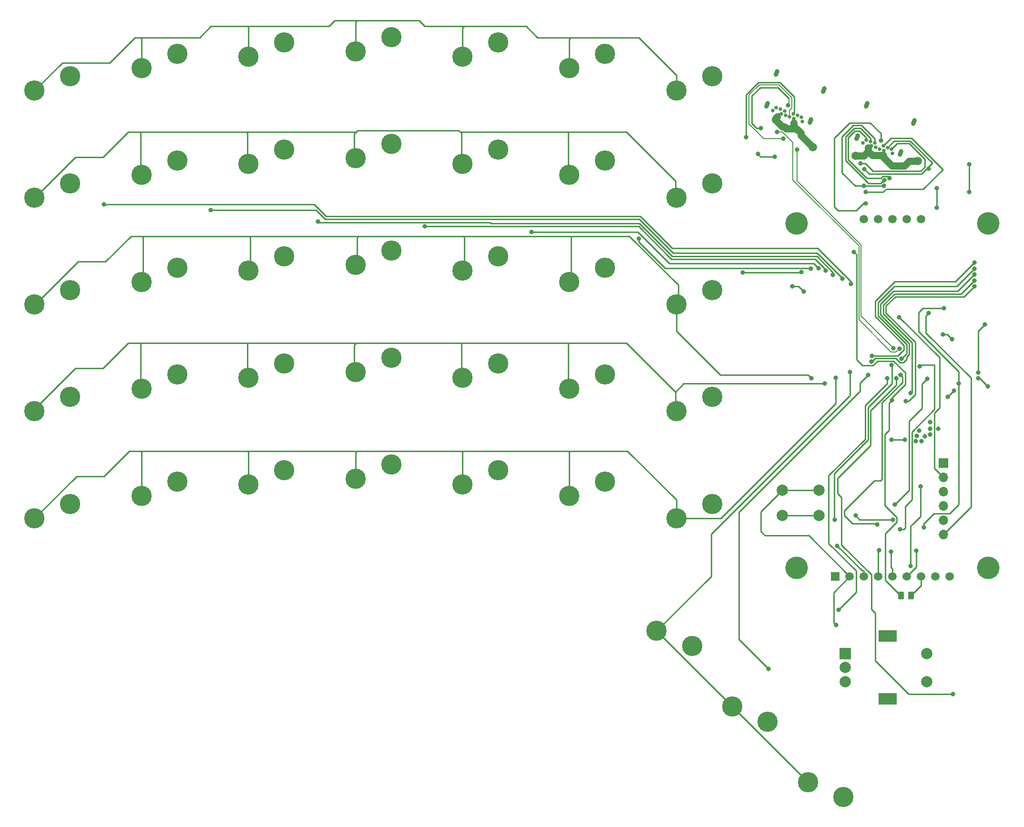
<source format=gbr>
%TF.GenerationSoftware,KiCad,Pcbnew,(6.0.7-1)-1*%
%TF.CreationDate,2022-10-21T17:23:08-04:00*%
%TF.ProjectId,Splitboard-A,53706c69-7462-46f6-9172-642d412e6b69,rev?*%
%TF.SameCoordinates,Original*%
%TF.FileFunction,Copper,L1,Top*%
%TF.FilePolarity,Positive*%
%FSLAX46Y46*%
G04 Gerber Fmt 4.6, Leading zero omitted, Abs format (unit mm)*
G04 Created by KiCad (PCBNEW (6.0.7-1)-1) date 2022-10-21 17:23:08*
%MOMM*%
%LPD*%
G01*
G04 APERTURE LIST*
G04 Aperture macros list*
%AMRoundRect*
0 Rectangle with rounded corners*
0 $1 Rounding radius*
0 $2 $3 $4 $5 $6 $7 $8 $9 X,Y pos of 4 corners*
0 Add a 4 corners polygon primitive as box body*
4,1,4,$2,$3,$4,$5,$6,$7,$8,$9,$2,$3,0*
0 Add four circle primitives for the rounded corners*
1,1,$1+$1,$2,$3*
1,1,$1+$1,$4,$5*
1,1,$1+$1,$6,$7*
1,1,$1+$1,$8,$9*
0 Add four rect primitives between the rounded corners*
20,1,$1+$1,$2,$3,$4,$5,0*
20,1,$1+$1,$4,$5,$6,$7,0*
20,1,$1+$1,$6,$7,$8,$9,0*
20,1,$1+$1,$8,$9,$2,$3,0*%
%AMHorizOval*
0 Thick line with rounded ends*
0 $1 width*
0 $2 $3 position (X,Y) of the first rounded end (center of the circle)*
0 $4 $5 position (X,Y) of the second rounded end (center of the circle)*
0 Add line between two ends*
20,1,$1,$2,$3,$4,$5,0*
0 Add two circle primitives to create the rounded ends*
1,1,$1,$2,$3*
1,1,$1,$4,$5*%
G04 Aperture macros list end*
%TA.AperFunction,ComponentPad*%
%ADD10C,3.600000*%
%TD*%
%TA.AperFunction,ComponentPad*%
%ADD11C,4.000000*%
%TD*%
%TA.AperFunction,ComponentPad*%
%ADD12R,1.500000X1.500000*%
%TD*%
%TA.AperFunction,ComponentPad*%
%ADD13C,1.500000*%
%TD*%
%TA.AperFunction,ComponentPad*%
%ADD14R,2.000000X2.000000*%
%TD*%
%TA.AperFunction,ComponentPad*%
%ADD15C,2.000000*%
%TD*%
%TA.AperFunction,ComponentPad*%
%ADD16R,3.200000X2.000000*%
%TD*%
%TA.AperFunction,SMDPad,CuDef*%
%ADD17RoundRect,0.250000X-0.262500X-0.450000X0.262500X-0.450000X0.262500X0.450000X-0.262500X0.450000X0*%
%TD*%
%TA.AperFunction,ComponentPad*%
%ADD18R,1.700000X1.700000*%
%TD*%
%TA.AperFunction,ComponentPad*%
%ADD19O,1.700000X1.700000*%
%TD*%
%TA.AperFunction,ComponentPad*%
%ADD20C,0.650000*%
%TD*%
%TA.AperFunction,ComponentPad*%
%ADD21HorizOval,0.800000X-0.102606X-0.281908X0.102606X0.281908X0*%
%TD*%
%TA.AperFunction,ViaPad*%
%ADD22C,0.800000*%
%TD*%
%TA.AperFunction,ViaPad*%
%ADD23C,1.500000*%
%TD*%
%TA.AperFunction,Conductor*%
%ADD24C,0.250000*%
%TD*%
%TA.AperFunction,Conductor*%
%ADD25C,1.250000*%
%TD*%
%TA.AperFunction,Conductor*%
%ADD26C,0.200000*%
%TD*%
G04 APERTURE END LIST*
D10*
%TO.P,K28,1*%
%TO.N,/col3*%
X215190000Y-94460000D03*
%TO.P,K28,2*%
%TO.N,Net-(D28-Pad2)*%
X221540000Y-91920000D03*
%TD*%
%TO.P,K11,1*%
%TO.N,/col1*%
X158190000Y-49460000D03*
%TO.P,K11,2*%
%TO.N,Net-(D11-Pad2)*%
X164540000Y-46920000D03*
%TD*%
%TO.P,K33,1*%
%TO.N,/col4*%
X177190000Y-107460000D03*
%TO.P,K33,2*%
%TO.N,Net-(D33-Pad2)*%
X183540000Y-104920000D03*
%TD*%
%TO.P,K20,1*%
%TO.N,/col2*%
X196190000Y-71460000D03*
%TO.P,K20,2*%
%TO.N,Net-(D20-Pad2)*%
X202540000Y-68920000D03*
%TD*%
%TO.P,K13,1*%
%TO.N,/col1*%
X196190000Y-52460000D03*
%TO.P,K13,2*%
%TO.N,Net-(D13-Pad2)*%
X202540000Y-49920000D03*
%TD*%
%TO.P,K7,1*%
%TO.N,/col0*%
X215190000Y-37460000D03*
%TO.P,K7,2*%
%TO.N,Net-(D7-Pad2)*%
X221540000Y-34920000D03*
%TD*%
%TO.P,K17,1*%
%TO.N,/col2*%
X139190000Y-69460000D03*
%TO.P,K17,2*%
%TO.N,Net-(D17-Pad2)*%
X145540000Y-66920000D03*
%TD*%
%TO.P,K16,1*%
%TO.N,/col2*%
X120190000Y-71460000D03*
%TO.P,K16,2*%
%TO.N,Net-(D16-Pad2)*%
X126540000Y-68920000D03*
%TD*%
%TO.P,K37,1*%
%TO.N,/col5*%
X225101974Y-146905137D03*
%TO.P,K37,2*%
%TO.N,Net-(D37-Pad2)*%
X231388154Y-149599214D03*
%TD*%
D11*
%TO.P,U2,*%
%TO.N,*%
X270610000Y-61100000D03*
X270610000Y-122300000D03*
X236510000Y-61100000D03*
X236510000Y-122300000D03*
D12*
%TO.P,U2,1,VCC*%
%TO.N,VBUS*%
X243400000Y-123800000D03*
D13*
%TO.P,U2,2,GND*%
%TO.N,GND*%
X245940000Y-123800000D03*
%TO.P,U2,3,~{CS}*%
%TO.N,Net-(U2-Pad3)*%
X248480000Y-123800000D03*
%TO.P,U2,4,RESET*%
%TO.N,Net-(U2-Pad4)*%
X251020000Y-123800000D03*
%TO.P,U2,5,D/~{C}*%
%TO.N,Net-(U2-Pad5)*%
X253560000Y-123800000D03*
%TO.P,U2,6,MOSI*%
%TO.N,Net-(U2-Pad6)*%
X256100000Y-123800000D03*
%TO.P,U2,7,SCK*%
%TO.N,Net-(U2-Pad7)*%
X258640000Y-123800000D03*
%TO.P,U2,8,LED*%
%TO.N,+3.3V*%
X261180000Y-123800000D03*
%TO.P,U2,9,MISO*%
%TO.N,unconnected-(U2-Pad9)*%
X263720000Y-123800000D03*
%TO.P,U2,10,SD_CS*%
%TO.N,unconnected-(U2-Pad10)*%
X248480000Y-60280000D03*
%TO.P,U2,11,SD_MOSI*%
%TO.N,unconnected-(U2-Pad11)*%
X251020000Y-60280000D03*
%TO.P,U2,12,SD_MISO*%
%TO.N,unconnected-(U2-Pad12)*%
X253560000Y-60280000D03*
%TO.P,U2,13,SD_SCK*%
%TO.N,unconnected-(U2-Pad13)*%
X256100000Y-60280000D03*
%TO.P,U2,14,FLASH_CD*%
%TO.N,unconnected-(U2-Pad14)*%
X258640000Y-60280000D03*
%TD*%
D10*
%TO.P,K2,1*%
%TO.N,/col0*%
X120190000Y-33460000D03*
%TO.P,K2,2*%
%TO.N,Net-(D2-Pad2)*%
X126540000Y-30920000D03*
%TD*%
%TO.P,K38,1*%
%TO.N,/col5*%
X238537003Y-160340166D03*
%TO.P,K38,2*%
%TO.N,Net-(D38-Pad2)*%
X244823183Y-163034243D03*
%TD*%
%TO.P,K5,1*%
%TO.N,/col0*%
X177190000Y-31460000D03*
%TO.P,K5,2*%
%TO.N,Net-(D5-Pad2)*%
X183540000Y-28920000D03*
%TD*%
%TO.P,K9,1*%
%TO.N,/col1*%
X120190000Y-52460000D03*
%TO.P,K9,2*%
%TO.N,Net-(D9-Pad2)*%
X126540000Y-49920000D03*
%TD*%
%TO.P,K32,1*%
%TO.N,/col4*%
X158190000Y-106460000D03*
%TO.P,K32,2*%
%TO.N,Net-(D32-Pad2)*%
X164540000Y-103920000D03*
%TD*%
%TO.P,K1,1*%
%TO.N,/col0*%
X101190000Y-37460000D03*
%TO.P,K1,2*%
%TO.N,Net-(D1-Pad2)*%
X107540000Y-34920000D03*
%TD*%
%TO.P,K26,1*%
%TO.N,/col3*%
X177190000Y-88460000D03*
%TO.P,K26,2*%
%TO.N,Net-(D26-Pad2)*%
X183540000Y-85920000D03*
%TD*%
D14*
%TO.P,SW1,A,A*%
%TO.N,Net-(R11-Pad2)*%
X245175000Y-137475000D03*
D15*
%TO.P,SW1,B,B*%
%TO.N,Net-(R13-Pad2)*%
X245175000Y-142475000D03*
%TO.P,SW1,C,C*%
%TO.N,GND*%
X245175000Y-139975000D03*
D16*
%TO.P,SW1,MP*%
%TO.N,N/C*%
X252675000Y-145575000D03*
X252675000Y-134375000D03*
D15*
%TO.P,SW1,S1,S1*%
%TO.N,/ENC_SW*%
X259675000Y-142475000D03*
%TO.P,SW1,S2,S2*%
%TO.N,GND*%
X259675000Y-137475000D03*
%TD*%
D10*
%TO.P,K4,1*%
%TO.N,/col0*%
X158190000Y-30460000D03*
%TO.P,K4,2*%
%TO.N,Net-(D4-Pad2)*%
X164540000Y-27920000D03*
%TD*%
%TO.P,K34,1*%
%TO.N,/col4*%
X196190000Y-109460000D03*
%TO.P,K34,2*%
%TO.N,Net-(D34-Pad2)*%
X202540000Y-106920000D03*
%TD*%
%TO.P,K30,1*%
%TO.N,/col4*%
X120190000Y-109460000D03*
%TO.P,K30,2*%
%TO.N,Net-(D30-Pad2)*%
X126540000Y-106920000D03*
%TD*%
%TO.P,K14,1*%
%TO.N,/col1*%
X215190000Y-56460000D03*
%TO.P,K14,2*%
%TO.N,Net-(D14-Pad2)*%
X221540000Y-53920000D03*
%TD*%
%TO.P,K12,1*%
%TO.N,/col1*%
X177190000Y-50460000D03*
%TO.P,K12,2*%
%TO.N,Net-(D12-Pad2)*%
X183540000Y-47920000D03*
%TD*%
%TO.P,K22,1*%
%TO.N,/col3*%
X101190000Y-94460000D03*
%TO.P,K22,2*%
%TO.N,Net-(D22-Pad2)*%
X107540000Y-91920000D03*
%TD*%
%TO.P,K6,1*%
%TO.N,/col0*%
X196190000Y-33460000D03*
%TO.P,K6,2*%
%TO.N,Net-(D6-Pad2)*%
X202540000Y-30920000D03*
%TD*%
%TO.P,K8,1*%
%TO.N,/col1*%
X101190000Y-56460000D03*
%TO.P,K8,2*%
%TO.N,Net-(D8-Pad2)*%
X107540000Y-53920000D03*
%TD*%
%TO.P,K18,1*%
%TO.N,/col2*%
X158190000Y-68460000D03*
%TO.P,K18,2*%
%TO.N,Net-(D18-Pad2)*%
X164540000Y-65920000D03*
%TD*%
D17*
%TO.P,R42,1*%
%TO.N,/SCK*%
X255068700Y-127152400D03*
%TO.P,R42,2*%
%TO.N,Net-(U2-Pad7)*%
X256893700Y-127152400D03*
%TD*%
D10*
%TO.P,K15,1*%
%TO.N,/col2*%
X101190000Y-75460000D03*
%TO.P,K15,2*%
%TO.N,Net-(D15-Pad2)*%
X107540000Y-72920000D03*
%TD*%
%TO.P,K21,1*%
%TO.N,/col2*%
X215190000Y-75460000D03*
%TO.P,K21,2*%
%TO.N,Net-(D21-Pad2)*%
X221540000Y-72920000D03*
%TD*%
%TO.P,K19,1*%
%TO.N,/col2*%
X177190000Y-69460000D03*
%TO.P,K19,2*%
%TO.N,Net-(D19-Pad2)*%
X183540000Y-66920000D03*
%TD*%
%TO.P,K25,1*%
%TO.N,/col3*%
X158190000Y-87460000D03*
%TO.P,K25,2*%
%TO.N,Net-(D25-Pad2)*%
X164540000Y-84920000D03*
%TD*%
%TO.P,K10,1*%
%TO.N,/col1*%
X139190000Y-50460000D03*
%TO.P,K10,2*%
%TO.N,Net-(D10-Pad2)*%
X145540000Y-47920000D03*
%TD*%
%TO.P,K31,1*%
%TO.N,/col4*%
X139190000Y-107460000D03*
%TO.P,K31,2*%
%TO.N,Net-(D31-Pad2)*%
X145540000Y-104920000D03*
%TD*%
%TO.P,K23,1*%
%TO.N,/col3*%
X120190000Y-90460000D03*
%TO.P,K23,2*%
%TO.N,Net-(D23-Pad2)*%
X126540000Y-87920000D03*
%TD*%
%TO.P,K29,1*%
%TO.N,/col4*%
X101190000Y-113460000D03*
%TO.P,K29,2*%
%TO.N,Net-(D29-Pad2)*%
X107540000Y-110920000D03*
%TD*%
%TO.P,K24,1*%
%TO.N,/col3*%
X139190000Y-88460000D03*
%TO.P,K24,2*%
%TO.N,Net-(D24-Pad2)*%
X145540000Y-85920000D03*
%TD*%
%TO.P,K36,1*%
%TO.N,/col5*%
X211666945Y-133470108D03*
%TO.P,K36,2*%
%TO.N,Net-(D36-Pad2)*%
X217953125Y-136164185D03*
%TD*%
%TO.P,K35,1*%
%TO.N,/col4*%
X215190000Y-113460000D03*
%TO.P,K35,2*%
%TO.N,Net-(D35-Pad2)*%
X221540000Y-110920000D03*
%TD*%
%TO.P,K27,1*%
%TO.N,/col3*%
X196190000Y-90460000D03*
%TO.P,K27,2*%
%TO.N,Net-(D27-Pad2)*%
X202540000Y-87920000D03*
%TD*%
%TO.P,K3,1*%
%TO.N,/col0*%
X139190000Y-31460000D03*
%TO.P,K3,2*%
%TO.N,Net-(D3-Pad2)*%
X145540000Y-28920000D03*
%TD*%
D15*
%TO.P,SW2,1,1*%
%TO.N,GND*%
X234000000Y-108500000D03*
X240500000Y-108500000D03*
%TO.P,SW2,2,2*%
%TO.N,/NRST*%
X234000000Y-113000000D03*
X240500000Y-113000000D03*
%TD*%
D18*
%TO.P,J3,1,Pin_1*%
%TO.N,Net-(D41-Pad2)*%
X262625000Y-103650000D03*
D19*
%TO.P,J3,2,Pin_2*%
%TO.N,/SWCLK*%
X262625000Y-106190000D03*
%TO.P,J3,3,Pin_3*%
%TO.N,GND*%
X262625000Y-108730000D03*
%TO.P,J3,4,Pin_4*%
%TO.N,/SWDIO*%
X262625000Y-111270000D03*
%TO.P,J3,5,Pin_5*%
%TO.N,/NRST*%
X262625000Y-113810000D03*
%TO.P,J3,6,Pin_6*%
%TO.N,/SWO*%
X262625000Y-116350000D03*
%TD*%
D20*
%TO.P,J2,B1,GND*%
%TO.N,GND*%
X253562245Y-48643916D03*
%TO.P,J2,B2,TX2+*%
%TO.N,Net-(J2-PadA2)*%
X253425782Y-47849323D03*
%TO.P,J2,B3,TX2-*%
%TO.N,Net-(J2-PadA3)*%
X252674028Y-47575707D03*
%TO.P,J2,B4,VBUS*%
%TO.N,VBUS*%
X252058736Y-48096684D03*
%TO.P,J2,B5,CC2*%
%TO.N,Net-(J2-PadA5)*%
X251922273Y-47302091D03*
%TO.P,J2,B6,D+*%
%TO.N,Net-(J2-PadA6)*%
X251306982Y-47823068D03*
%TO.P,J2,B7,D-*%
%TO.N,Net-(J2-PadA7)*%
X250555228Y-47549452D03*
%TO.P,J2,B8,SBU2*%
%TO.N,Net-(J2-PadA8)*%
X250418765Y-46754859D03*
%TO.P,J2,B9,VBUS*%
%TO.N,VBUS*%
X249803474Y-47275835D03*
%TO.P,J2,B10,RX1-*%
%TO.N,Net-(J2-PadA10)*%
X249667011Y-46481243D03*
%TO.P,J2,B11,RX1+*%
%TO.N,Net-(J2-PadA11)*%
X248915257Y-46207626D03*
%TO.P,J2,B12,GND*%
%TO.N,GND*%
X248299966Y-46728603D03*
D21*
%TO.P,J2,S1,SHIELD*%
X247255387Y-45709901D03*
X257390557Y-43066943D03*
X255017248Y-48534987D03*
X248952117Y-39995603D03*
%TD*%
D20*
%TO.P,J1,B1,GND*%
%TO.N,GND*%
X237562245Y-42943916D03*
%TO.P,J1,B2*%
%TO.N,N/C*%
X237425782Y-42149323D03*
%TO.P,J1,B3*%
X236674028Y-41875707D03*
%TO.P,J1,B4,VBUS*%
%TO.N,VBUS*%
X236058736Y-42396684D03*
%TO.P,J1,B5,CC2*%
%TO.N,Net-(J1-PadB5)*%
X235922273Y-41602091D03*
%TO.P,J1,B6,D+*%
%TO.N,/USB_CONN_D+*%
X235306982Y-42123068D03*
%TO.P,J1,B7,D-*%
%TO.N,/USB_CONN_D-*%
X234555228Y-41849452D03*
%TO.P,J1,B8,SBU2*%
%TO.N,unconnected-(J1-PadB8)*%
X234418765Y-41054859D03*
%TO.P,J1,B9,VBUS*%
%TO.N,VBUS*%
X233803474Y-41575835D03*
%TO.P,J1,B10*%
%TO.N,N/C*%
X233667011Y-40781243D03*
%TO.P,J1,B11*%
X232915257Y-40507626D03*
%TO.P,J1,B12,GND*%
%TO.N,GND*%
X232299966Y-41028603D03*
D21*
%TO.P,J1,S1,SHIELD*%
X241390557Y-37366943D03*
X232952117Y-34295603D03*
X231255387Y-40009901D03*
X239017248Y-42834987D03*
%TD*%
D22*
%TO.N,/row0*%
X113500000Y-57700000D03*
X246200000Y-71800000D03*
%TO.N,/row1*%
X132500000Y-58700000D03*
X244700000Y-70923500D03*
%TO.N,/row2*%
X151500000Y-60700000D03*
X243000000Y-70199000D03*
%TO.N,/row3*%
X170500000Y-61600000D03*
X241700000Y-69474500D03*
%TO.N,/col2*%
X239200000Y-88600000D03*
%TO.N,/col3*%
X241500000Y-89500000D03*
%TO.N,GND*%
X232664000Y-49174400D03*
X243550000Y-132450000D03*
X267200000Y-50600000D03*
X267200000Y-55500000D03*
X229637101Y-48738301D03*
%TO.N,/row4*%
X189500000Y-62585500D03*
X240410199Y-69024500D03*
%TO.N,/row5*%
X239074549Y-69074549D03*
X208500000Y-63800000D03*
%TO.N,/row6*%
X227000000Y-69800000D03*
X237400000Y-69724500D03*
%TO.N,/col4*%
X243500000Y-88500000D03*
%TO.N,/col5*%
X246000000Y-87500497D03*
%TO.N,/NRST*%
X268775500Y-88549003D03*
X253600000Y-113700000D03*
X270500000Y-90000000D03*
X247000000Y-113000000D03*
%TO.N,+3.3V*%
X263387701Y-91912299D03*
X253400000Y-99500000D03*
X264107641Y-81607642D03*
X258546600Y-107823000D03*
X255775500Y-99500000D03*
X237800000Y-73200000D03*
X235762300Y-72237700D03*
X264500000Y-90800000D03*
X262500000Y-80775500D03*
X256794000Y-121894600D03*
D23*
%TO.N,VBUS*%
X239400000Y-47500000D03*
X258000000Y-50000000D03*
X247000000Y-49000000D03*
D22*
%TO.N,/SWDIO*%
X254000000Y-111000000D03*
X259700000Y-88700000D03*
%TO.N,/USB_CONN_D-*%
X230200000Y-44100000D03*
X235000500Y-40081200D03*
%TO.N,/USB_CONN_D+*%
X234145477Y-46000000D03*
%TO.N,Net-(J1-PadB5)*%
X227524500Y-45700000D03*
%TO.N,/SWCLK*%
X254775500Y-77724500D03*
%TO.N,/SWO*%
X260000000Y-77000000D03*
%TO.N,/LCD2_RST*%
X249912299Y-84612299D03*
X268100000Y-68000000D03*
%TO.N,/RCC_OSC_IN*%
X268775500Y-87549500D03*
X270000000Y-79000000D03*
%TO.N,/LCD1_RST*%
X250850400Y-114579400D03*
X255015021Y-87988378D03*
%TO.N,unconnected-(U3-Pad32)*%
X261724500Y-97586800D03*
%TO.N,unconnected-(U3-Pad33)*%
X260275500Y-98552000D03*
%TO.N,unconnected-(U3-Pad34)*%
X260275000Y-97510600D03*
%TO.N,unconnected-(U3-Pad35)*%
X260223000Y-96367600D03*
%TO.N,unconnected-(U3-Pad39)*%
X259323041Y-98864872D03*
%TO.N,unconnected-(U3-Pad40)*%
X258749800Y-99775500D03*
%TO.N,unconnected-(U3-Pad41)*%
X258262572Y-97875437D03*
%TO.N,unconnected-(U3-Pad42)*%
X257844284Y-98783201D03*
%TO.N,unconnected-(U3-Pad43)*%
X257724500Y-99775500D03*
%TO.N,/USB_D-*%
X233100000Y-44800000D03*
X254800000Y-83300000D03*
%TO.N,/USB_D+*%
X236600000Y-47900000D03*
X253700000Y-83224500D03*
%TO.N,/SCL*%
X256800000Y-91200000D03*
X268100000Y-71200000D03*
%TO.N,/SDA*%
X268112299Y-72212299D03*
X255900000Y-92600000D03*
%TO.N,/LCD1_DC*%
X254889000Y-115392200D03*
X258375500Y-86500000D03*
%TO.N,/LCD1_CS*%
X253400000Y-86236799D03*
X243281200Y-113724500D03*
%TO.N,/LCD2_DC*%
X249799386Y-85605403D03*
X268112299Y-70112299D03*
%TO.N,/LCD2_CS*%
X268100000Y-69100000D03*
X255200000Y-85074000D03*
%TO.N,/MOSI*%
X259156200Y-115112800D03*
X262700000Y-76100000D03*
X265292358Y-89492358D03*
%TO.N,/SCK*%
X246700000Y-66100000D03*
X253474895Y-92476237D03*
%TO.N,Net-(J2-PadA2)*%
X247875500Y-50400000D03*
%TO.N,Net-(J2-PadA3)*%
X248600000Y-51400000D03*
X260000000Y-51300000D03*
%TO.N,Net-(J2-PadA5)*%
X248800000Y-55500994D03*
%TO.N,Net-(J2-PadA7)*%
X251500000Y-46300000D03*
X248800000Y-57500000D03*
%TO.N,Net-(J2-PadA8)*%
X252026748Y-54387978D03*
X248512022Y-54387978D03*
%TO.N,Net-(J2-PadA10)*%
X252117952Y-53392645D03*
%TO.N,Net-(J2-PadA11)*%
X261400000Y-58300000D03*
X261400000Y-54800000D03*
X253031069Y-52986170D03*
%TO.N,Net-(R22-Pad1)*%
X249200000Y-88000000D03*
X231500000Y-140200000D03*
%TO.N,Net-(R36-Pad1)*%
X252630695Y-88581862D03*
X244000000Y-129700000D03*
%TO.N,Net-(R37-Pad1)*%
X264300000Y-144700000D03*
X254224500Y-88600000D03*
%TO.N,Net-(U2-Pad3)*%
X243763800Y-118389400D03*
%TO.N,Net-(U2-Pad6)*%
X257810000Y-119227600D03*
%TO.N,Net-(U2-Pad4)*%
X251180600Y-119126000D03*
%TO.N,Net-(U2-Pad5)*%
X253314200Y-119375500D03*
%TD*%
D24*
%TO.N,/row0*%
X113500000Y-57700000D02*
X150836396Y-57700000D01*
X214436396Y-65500000D02*
X208736396Y-59800000D01*
X214436396Y-65500000D02*
X240301805Y-65500000D01*
X246200000Y-71800000D02*
X246200000Y-71398195D01*
X152936396Y-59800000D02*
X208736396Y-59800000D01*
X150836396Y-57700000D02*
X152936396Y-59800000D01*
X246200000Y-71398195D02*
X240301805Y-65500000D01*
%TO.N,/row1*%
X244700000Y-70812799D02*
X240187201Y-66300000D01*
X152800000Y-60300000D02*
X151200000Y-58700000D01*
X151200000Y-58700000D02*
X132500000Y-58700000D01*
X244700000Y-70923500D02*
X244700000Y-70812799D01*
X214600000Y-66300000D02*
X208600000Y-60300000D01*
X208600000Y-60300000D02*
X152800000Y-60300000D01*
X240187201Y-66300000D02*
X214600000Y-66300000D01*
%TO.N,/row2*%
X243000000Y-69749195D02*
X240150805Y-66900000D01*
X240150805Y-66900000D02*
X214436396Y-66900000D01*
X182075000Y-60875000D02*
X151675000Y-60875000D01*
X151675000Y-60875000D02*
X151500000Y-60700000D01*
X208636396Y-61100000D02*
X182300000Y-61100000D01*
X214436396Y-66900000D02*
X208636396Y-61100000D01*
X182300000Y-61100000D02*
X182075000Y-60875000D01*
X243000000Y-70199000D02*
X243000000Y-69749195D01*
%TO.N,/row3*%
X241700000Y-69288996D02*
X239811004Y-67400000D01*
X214300000Y-67400000D02*
X208500000Y-61600000D01*
X241700000Y-69474500D02*
X241700000Y-69288996D01*
X239811004Y-67400000D02*
X214300000Y-67400000D01*
X208500000Y-61600000D02*
X170500000Y-61600000D01*
%TO.N,/col0*%
X132500000Y-26000000D02*
X130500000Y-28000000D01*
X130500000Y-28000000D02*
X120000000Y-28000000D01*
X120190000Y-33460000D02*
X120190000Y-28190000D01*
X158500000Y-25000000D02*
X154500000Y-25000000D01*
X177190000Y-31460000D02*
X177190000Y-26310000D01*
X120190000Y-28190000D02*
X120000000Y-28000000D01*
X196190000Y-33460000D02*
X196190000Y-28310000D01*
X158190000Y-25310000D02*
X158500000Y-25000000D01*
X188500000Y-26000000D02*
X177500000Y-26000000D01*
X114500000Y-32500000D02*
X106150000Y-32500000D01*
X120000000Y-28000000D02*
X119000000Y-28000000D01*
X153500000Y-26000000D02*
X139000000Y-26000000D01*
X177190000Y-26310000D02*
X177500000Y-26000000D01*
X169500000Y-25000000D02*
X158500000Y-25000000D01*
X196190000Y-28310000D02*
X196500000Y-28000000D01*
X158190000Y-30460000D02*
X158190000Y-25310000D01*
X139000000Y-26000000D02*
X132500000Y-26000000D01*
X154500000Y-25000000D02*
X153500000Y-26000000D01*
X139190000Y-26190000D02*
X139000000Y-26000000D01*
X215190000Y-37460000D02*
X215190000Y-34690000D01*
X119000000Y-28000000D02*
X114500000Y-32500000D01*
X196500000Y-28000000D02*
X190500000Y-28000000D01*
X190500000Y-28000000D02*
X188500000Y-26000000D01*
X106150000Y-32500000D02*
X101190000Y-37460000D01*
X215190000Y-34690000D02*
X208500000Y-28000000D01*
X177500000Y-26000000D02*
X170500000Y-26000000D01*
X139190000Y-31460000D02*
X139190000Y-26190000D01*
X208500000Y-28000000D02*
X196500000Y-28000000D01*
X170500000Y-26000000D02*
X169500000Y-25000000D01*
%TO.N,/col1*%
X158000000Y-49770000D02*
X158000000Y-45120000D01*
X138810000Y-44810000D02*
X158310000Y-44810000D01*
X139000000Y-50770000D02*
X139000000Y-45000000D01*
X108460000Y-49310000D02*
X113310000Y-49310000D01*
X158310000Y-44810000D02*
X158593800Y-44526200D01*
X120000000Y-52770000D02*
X120000000Y-45000000D01*
X206310000Y-44810000D02*
X215000000Y-53500000D01*
X117810000Y-44810000D02*
X119810000Y-44810000D01*
X196000000Y-52770000D02*
X196000000Y-45000000D01*
X113310000Y-49310000D02*
X117810000Y-44810000D01*
X101000000Y-56770000D02*
X108460000Y-49310000D01*
X158593800Y-44526200D02*
X176526200Y-44526200D01*
X120000000Y-45000000D02*
X119810000Y-44810000D01*
X215000000Y-53500000D02*
X215000000Y-56770000D01*
X177000000Y-50770000D02*
X177000000Y-45000000D01*
X119810000Y-44810000D02*
X138810000Y-44810000D01*
X158000000Y-45120000D02*
X158310000Y-44810000D01*
X176810000Y-44810000D02*
X206310000Y-44810000D01*
X177000000Y-45000000D02*
X176810000Y-44810000D01*
X139000000Y-45000000D02*
X138810000Y-44810000D01*
X176526200Y-44526200D02*
X176810000Y-44810000D01*
%TO.N,/col2*%
X215500000Y-72000000D02*
X215500000Y-75270000D01*
X139500000Y-69270000D02*
X139500000Y-63500000D01*
X239200000Y-88600000D02*
X238600000Y-88000000D01*
X120500000Y-63500000D02*
X120310000Y-63310000D01*
X177310000Y-63310000D02*
X206810000Y-63310000D01*
X113810000Y-67810000D02*
X118310000Y-63310000D01*
X222989590Y-88000000D02*
X215190000Y-80200410D01*
X158500000Y-63620000D02*
X158810000Y-63310000D01*
X139500000Y-63500000D02*
X139310000Y-63310000D01*
X108960000Y-67810000D02*
X113810000Y-67810000D01*
X101500000Y-75270000D02*
X108960000Y-67810000D01*
X206810000Y-63310000D02*
X215500000Y-72000000D01*
X139310000Y-63310000D02*
X158810000Y-63310000D01*
X196500000Y-71270000D02*
X196500000Y-63500000D01*
X177500000Y-69270000D02*
X177500000Y-63500000D01*
X118310000Y-63310000D02*
X120310000Y-63310000D01*
X120310000Y-63310000D02*
X139310000Y-63310000D01*
X215190000Y-80200410D02*
X215190000Y-75460000D01*
X177500000Y-63500000D02*
X177310000Y-63310000D01*
X120500000Y-71270000D02*
X120500000Y-63500000D01*
X238600000Y-88000000D02*
X222989590Y-88000000D01*
X158500000Y-68270000D02*
X158500000Y-63620000D01*
X158810000Y-63310000D02*
X177310000Y-63310000D01*
%TO.N,/col3*%
X139000000Y-82500000D02*
X138810000Y-82310000D01*
X177000000Y-88270000D02*
X177000000Y-82500000D01*
X158000000Y-82620000D02*
X158310000Y-82310000D01*
X101000000Y-94270000D02*
X108460000Y-86810000D01*
X215000000Y-91000000D02*
X215000000Y-94270000D01*
X117810000Y-82310000D02*
X119810000Y-82310000D01*
X158310000Y-82310000D02*
X176810000Y-82310000D01*
X120000000Y-90270000D02*
X120000000Y-82500000D01*
X138810000Y-82310000D02*
X158310000Y-82310000D01*
X177000000Y-82500000D02*
X176810000Y-82310000D01*
X119810000Y-82310000D02*
X138810000Y-82310000D01*
X158000000Y-87270000D02*
X158000000Y-82620000D01*
X120000000Y-82500000D02*
X119810000Y-82310000D01*
X108460000Y-86810000D02*
X113310000Y-86810000D01*
X241500000Y-89500000D02*
X216500000Y-89500000D01*
X176810000Y-82310000D02*
X206310000Y-82310000D01*
X206310000Y-82310000D02*
X215000000Y-91000000D01*
X196000000Y-90270000D02*
X196000000Y-82500000D01*
X113310000Y-86810000D02*
X117810000Y-82310000D01*
X216500000Y-89500000D02*
X215000000Y-91000000D01*
X139000000Y-88270000D02*
X139000000Y-82500000D01*
%TO.N,GND*%
X229637101Y-48738301D02*
X230073200Y-49174400D01*
X234000000Y-108500000D02*
X230200000Y-112300000D01*
X230073200Y-49174400D02*
X232664000Y-49174400D01*
X230200000Y-115800000D02*
X230960000Y-116560000D01*
X267200000Y-55500000D02*
X267200000Y-50600000D01*
X245940000Y-123800000D02*
X243100000Y-126640000D01*
X240500000Y-108500000D02*
X234000000Y-108500000D01*
X243100000Y-132000000D02*
X243550000Y-132450000D01*
X230960000Y-116560000D02*
X238700000Y-116560000D01*
X230200000Y-112300000D02*
X230200000Y-115800000D01*
X245940000Y-123800000D02*
X238700000Y-116560000D01*
X243100000Y-126640000D02*
X243100000Y-132000000D01*
%TO.N,/row4*%
X239599303Y-68213604D02*
X213938909Y-68213604D01*
X240410199Y-69024500D02*
X239599303Y-68213604D01*
X208310805Y-62585500D02*
X189500000Y-62585500D01*
X213938909Y-68213604D02*
X208310805Y-62585500D01*
%TO.N,/row5*%
X213136396Y-69000000D02*
X208500000Y-64363604D01*
X239074549Y-69074549D02*
X239000000Y-69000000D01*
X208500000Y-64363604D02*
X208500000Y-63800000D01*
X239000000Y-69000000D02*
X213136396Y-69000000D01*
%TO.N,/row6*%
X237324500Y-69800000D02*
X227000000Y-69800000D01*
X237400000Y-69724500D02*
X237324500Y-69800000D01*
%TO.N,/col4*%
X158190000Y-101810000D02*
X158500000Y-101500000D01*
X243500000Y-93025305D02*
X223065305Y-113460000D01*
X177000000Y-101500000D02*
X196000000Y-101500000D01*
X196000000Y-101500000D02*
X206500000Y-101500000D01*
X206500000Y-101500000D02*
X215190000Y-110190000D01*
X177190000Y-101690000D02*
X177000000Y-101500000D01*
X215190000Y-110190000D02*
X215190000Y-113460000D01*
X139190000Y-101690000D02*
X139000000Y-101500000D01*
X177190000Y-107460000D02*
X177190000Y-101690000D01*
X223065305Y-113460000D02*
X215190000Y-113460000D01*
X158190000Y-106460000D02*
X158190000Y-101810000D01*
X120000000Y-101500000D02*
X139000000Y-101500000D01*
X196190000Y-109460000D02*
X196190000Y-101690000D01*
X158500000Y-101500000D02*
X177000000Y-101500000D01*
X108650000Y-106000000D02*
X113500000Y-106000000D01*
X139190000Y-107460000D02*
X139190000Y-101690000D01*
X118000000Y-101500000D02*
X120000000Y-101500000D01*
X243500000Y-88500000D02*
X243500000Y-93025305D01*
X113500000Y-106000000D02*
X118000000Y-101500000D01*
X196190000Y-101690000D02*
X196000000Y-101500000D01*
X139000000Y-101500000D02*
X158500000Y-101500000D01*
X120190000Y-101690000D02*
X120000000Y-101500000D01*
X101190000Y-113460000D02*
X108650000Y-106000000D01*
X120190000Y-109460000D02*
X120190000Y-101690000D01*
%TO.N,/col5*%
X221375001Y-123762052D02*
X211666945Y-133470108D01*
X225101974Y-146905137D02*
X211666945Y-133470108D01*
X246000000Y-87500497D02*
X246000000Y-91600000D01*
X238537003Y-160340166D02*
X225101974Y-146905137D01*
X221375001Y-116224999D02*
X221375001Y-123762052D01*
X246000000Y-91600000D02*
X221375001Y-116224999D01*
%TO.N,/NRST*%
X269049003Y-88549003D02*
X270500000Y-90000000D01*
X234000000Y-113000000D02*
X240500000Y-113000000D01*
X253600000Y-113700000D02*
X247700000Y-113700000D01*
X268775500Y-88549003D02*
X269049003Y-88549003D01*
X247700000Y-113700000D02*
X247000000Y-113000000D01*
%TO.N,+3.3V*%
X264500000Y-90800000D02*
X263387701Y-91912299D01*
X262500000Y-80775500D02*
X263275499Y-80775500D01*
X235762300Y-72237700D02*
X236837700Y-72237700D01*
X257175000Y-114477800D02*
X256794000Y-114858800D01*
X253400000Y-99500000D02*
X255775500Y-99500000D01*
X258546600Y-107823000D02*
X258546600Y-113106200D01*
X258546600Y-113106200D02*
X257175000Y-114477800D01*
X256794000Y-114858800D02*
X256794000Y-121894600D01*
X263275499Y-80775500D02*
X264107641Y-81607642D01*
X236837700Y-72237700D02*
X237800000Y-73200000D01*
D25*
%TO.N,VBUS*%
X251918069Y-49279498D02*
X251918069Y-48918069D01*
X237300000Y-45400000D02*
X237300000Y-45000000D01*
X236194600Y-43891200D02*
X235915200Y-44170600D01*
X251918069Y-48918069D02*
X251863070Y-48973068D01*
X232714800Y-42485200D02*
X233100000Y-42100000D01*
X251863070Y-48973068D02*
X249973068Y-48973068D01*
X258000000Y-50000000D02*
X256500000Y-50000000D01*
D24*
X233803474Y-41575835D02*
X233320435Y-41575835D01*
D25*
X248500000Y-49000000D02*
X247000000Y-49000000D01*
X253438571Y-50800000D02*
X251918069Y-49279498D01*
X234383147Y-43874999D02*
X233993999Y-43874999D01*
X239400000Y-47500000D02*
X237300000Y-45400000D01*
X236058736Y-43758736D02*
X236058736Y-43218069D01*
X249250000Y-48250000D02*
X249250000Y-47631243D01*
X249973068Y-48973068D02*
X249250000Y-48250000D01*
D24*
X233320435Y-41575835D02*
X233222800Y-41478200D01*
D25*
X234678748Y-44170600D02*
X234383147Y-43874999D01*
X256500000Y-50000000D02*
X255700000Y-50800000D01*
X237300000Y-45000000D02*
X236058736Y-43758736D01*
X232714800Y-42595800D02*
X232714800Y-42485200D01*
X235915200Y-44170600D02*
X234678748Y-44170600D01*
X233993999Y-43874999D02*
X232714800Y-42595800D01*
X255700000Y-50800000D02*
X253438571Y-50800000D01*
X249250000Y-48250000D02*
X248500000Y-49000000D01*
D24*
%TO.N,/SWDIO*%
X259700000Y-88700000D02*
X258800000Y-89600000D01*
X258800000Y-93900000D02*
X256500000Y-96200000D01*
X256500000Y-96200000D02*
X256500000Y-108500000D01*
X256500000Y-108500000D02*
X254000000Y-111000000D01*
X258800000Y-89600000D02*
X258800000Y-93900000D01*
%TO.N,/USB_CONN_D-*%
X228600000Y-38400000D02*
X228600000Y-43298960D01*
X230100000Y-36900000D02*
X228600000Y-38400000D01*
X233200000Y-36900000D02*
X230100000Y-36900000D01*
X235200000Y-38900000D02*
X233200000Y-36900000D01*
X229401040Y-44100000D02*
X230200000Y-44100000D01*
X228600000Y-43298960D02*
X229401040Y-44100000D01*
D26*
X235200000Y-39881700D02*
X235200000Y-38900000D01*
X235000500Y-40081200D02*
X235200000Y-39881700D01*
%TO.N,/USB_CONN_D+*%
X229900000Y-36400000D02*
X228100000Y-38200000D01*
X235700500Y-38700500D02*
X233400000Y-36400000D01*
X233400000Y-36400000D02*
X229900000Y-36400000D01*
X235306982Y-42123068D02*
X235297273Y-42113359D01*
X228100000Y-38200000D02*
X228100000Y-43400000D01*
X228100000Y-43400000D02*
X230700000Y-46000000D01*
X235297273Y-41003927D02*
X235700500Y-40600700D01*
X230700000Y-46000000D02*
X234145477Y-46000000D01*
X235700500Y-40600700D02*
X235700500Y-38700500D01*
X235297273Y-42113359D02*
X235297273Y-41003927D01*
D24*
%TO.N,Net-(J1-PadB5)*%
X227524500Y-38174460D02*
X229723960Y-35975000D01*
X229723960Y-35975000D02*
X233576040Y-35975000D01*
X227524500Y-45700000D02*
X227524500Y-38174460D01*
X233576040Y-35975000D02*
X236125000Y-38523960D01*
X236125000Y-38523960D02*
X236125000Y-41399364D01*
X236125000Y-41399364D02*
X235922273Y-41602091D01*
%TO.N,/SWCLK*%
X261900000Y-84849000D02*
X254775500Y-77724500D01*
X262625000Y-106190000D02*
X261000000Y-104565000D01*
X261000000Y-104565000D02*
X261000000Y-94749805D01*
X261000000Y-94749805D02*
X261900000Y-93849805D01*
X261900000Y-93849805D02*
X261900000Y-84849000D01*
%TO.N,/SWO*%
X259500000Y-80500000D02*
X267500000Y-88500000D01*
X260000000Y-77000000D02*
X259500000Y-77500000D01*
X259500000Y-77500000D02*
X259500000Y-80500000D01*
X267500000Y-111475000D02*
X262625000Y-116350000D01*
X267500000Y-88500000D02*
X267500000Y-111475000D01*
%TO.N,/LCD2_RST*%
X254513006Y-84612299D02*
X249912299Y-84612299D01*
X264700000Y-71400000D02*
X254000000Y-71400000D01*
X254000000Y-71400000D02*
X250500000Y-74900000D01*
X250500000Y-74900000D02*
X250500000Y-77600000D01*
X255600000Y-82700000D02*
X255600000Y-83525305D01*
X255600000Y-83525305D02*
X254513006Y-84612299D01*
X250500000Y-77600000D02*
X255600000Y-82700000D01*
X268100000Y-68000000D02*
X264700000Y-71400000D01*
%TO.N,/RCC_OSC_IN*%
X268775500Y-80224500D02*
X270000000Y-79000000D01*
X268775500Y-87549500D02*
X268775500Y-80224500D01*
%TO.N,/LCD1_RST*%
X245000000Y-112945400D02*
X246481600Y-114427000D01*
X250063000Y-114427000D02*
X250698000Y-114427000D01*
X251400000Y-106800000D02*
X250300000Y-106800000D01*
X250698000Y-114427000D02*
X250850400Y-114579400D01*
X255300000Y-89336396D02*
X251700000Y-92936396D01*
X251700000Y-106500000D02*
X251400000Y-106800000D01*
X255015021Y-87988378D02*
X255015021Y-88015021D01*
X246481600Y-114427000D02*
X250063000Y-114427000D01*
X255015021Y-88015021D02*
X255300000Y-88300000D01*
X250300000Y-106800000D02*
X245000000Y-112100000D01*
X245000000Y-112100000D02*
X245000000Y-112945400D01*
X255300000Y-88300000D02*
X255300000Y-89336396D01*
X251700000Y-92936396D02*
X251700000Y-106500000D01*
D26*
%TO.N,/USB_D-*%
X247600000Y-65065686D02*
X247600000Y-78200000D01*
X234000000Y-44800000D02*
X235900000Y-46700000D01*
X235900000Y-46700000D02*
X235900000Y-53365686D01*
X235900000Y-53365686D02*
X247600000Y-65065686D01*
X253324500Y-83924500D02*
X254175500Y-83924500D01*
X254175500Y-83924500D02*
X254800000Y-83300000D01*
X247600000Y-78200000D02*
X253324500Y-83924500D01*
X233100000Y-44800000D02*
X234000000Y-44800000D01*
%TO.N,/USB_D+*%
X253700000Y-83224500D02*
X248000000Y-77524500D01*
X248000000Y-77524500D02*
X248000000Y-64900000D01*
X248000000Y-64900000D02*
X236600000Y-53500000D01*
X236600000Y-53500000D02*
X236600000Y-47900000D01*
D24*
%TO.N,/SCL*%
X257000000Y-91000000D02*
X256800000Y-91200000D01*
X257000000Y-82190812D02*
X257000000Y-91000000D01*
X251954594Y-75531802D02*
X251954594Y-77145406D01*
X251954594Y-77145406D02*
X257000000Y-82190812D01*
X265750000Y-73550000D02*
X253936396Y-73550000D01*
X253936396Y-73550000D02*
X251954594Y-75531802D01*
X268100000Y-71200000D02*
X265750000Y-73550000D01*
%TO.N,/SDA*%
X257600000Y-91425305D02*
X257600000Y-82154416D01*
X252404594Y-76959010D02*
X252404594Y-75718198D01*
X257600000Y-82154416D02*
X252404594Y-76959010D01*
X266224598Y-74100000D02*
X268112299Y-72212299D01*
X255900000Y-92600000D02*
X256425305Y-92600000D01*
X252404594Y-75718198D02*
X254022792Y-74100000D01*
X254022792Y-74100000D02*
X266224598Y-74100000D01*
X256425305Y-92600000D02*
X257600000Y-91425305D01*
%TO.N,/LCD1_DC*%
X261000000Y-94113409D02*
X261000000Y-86200000D01*
X255850000Y-111350000D02*
X257000000Y-110200000D01*
X257000000Y-110200000D02*
X257000000Y-98113409D01*
X255600200Y-115392200D02*
X254889000Y-115392200D01*
X261000000Y-86200000D02*
X258675500Y-86200000D01*
X255850000Y-115142400D02*
X255600200Y-115392200D01*
X257000000Y-98113409D02*
X261000000Y-94113409D01*
X258675500Y-86200000D02*
X258375500Y-86500000D01*
X255850000Y-115142400D02*
X255850000Y-111350000D01*
%TO.N,/LCD1_CS*%
X249250000Y-93750000D02*
X249250000Y-99486396D01*
X253500000Y-89500000D02*
X249250000Y-93750000D01*
X249250000Y-99486396D02*
X243200000Y-105536396D01*
X253500000Y-86336799D02*
X253500000Y-89500000D01*
X253400000Y-86236799D02*
X253500000Y-86336799D01*
X243200000Y-105536396D02*
X243200000Y-113643300D01*
X243200000Y-113643300D02*
X243281200Y-113724500D01*
%TO.N,/LCD2_DC*%
X256550000Y-82377208D02*
X256550000Y-84360396D01*
X254899695Y-85799000D02*
X254162994Y-85062299D01*
X256105198Y-84805198D02*
X256105198Y-85194107D01*
X255500305Y-85799000D02*
X254899695Y-85799000D01*
X250487604Y-85062299D02*
X249944500Y-85605403D01*
X251450000Y-77277208D02*
X256550000Y-82377208D01*
X265124598Y-73100000D02*
X253750000Y-73100000D01*
X254162994Y-85062299D02*
X250487604Y-85062299D01*
X253750000Y-73100000D02*
X251450000Y-75400000D01*
X268112299Y-70112299D02*
X265124598Y-73100000D01*
X256550000Y-84360396D02*
X256105198Y-84805198D01*
X251450000Y-75400000D02*
X251450000Y-77277208D01*
X256105198Y-85194107D02*
X255500305Y-85799000D01*
X249944500Y-85605403D02*
X249799386Y-85605403D01*
%TO.N,/LCD2_CS*%
X256100000Y-82563604D02*
X256100000Y-84174000D01*
X253900000Y-72200000D02*
X251000000Y-75100000D01*
X251000000Y-75100000D02*
X251000000Y-77463604D01*
X265000000Y-72200000D02*
X253900000Y-72200000D01*
X251000000Y-77463604D02*
X256100000Y-82563604D01*
X268100000Y-69100000D02*
X265000000Y-72200000D01*
X256100000Y-84174000D02*
X255200000Y-85074000D01*
%TO.N,/MOSI*%
X265292358Y-87392358D02*
X265292358Y-89492358D01*
X265292358Y-111007642D02*
X263700000Y-112600000D01*
X258200000Y-80300000D02*
X265292358Y-87392358D01*
X263700000Y-112600000D02*
X260900000Y-112600000D01*
X259105400Y-115062000D02*
X259105400Y-114394600D01*
X260900000Y-112600000D02*
X259216200Y-114283800D01*
X259105400Y-114394600D02*
X259216200Y-114283800D01*
X259216200Y-114283800D02*
X259100000Y-114400000D01*
X259156200Y-115112800D02*
X259105400Y-115062000D01*
X259000000Y-76100000D02*
X258200000Y-76900000D01*
X262700000Y-76100000D02*
X259000000Y-76100000D01*
X265292358Y-89492358D02*
X265292358Y-111007642D01*
X258200000Y-76900000D02*
X258200000Y-80300000D01*
%TO.N,/SCK*%
X254952400Y-127152400D02*
X255068700Y-127152400D01*
X247175000Y-85275000D02*
X247175000Y-66575000D01*
X250917795Y-85512299D02*
X250099691Y-86330403D01*
X252300000Y-116177800D02*
X252300000Y-124500000D01*
X253474895Y-92476237D02*
X253474895Y-92025105D01*
X255825500Y-89674500D02*
X255825500Y-87575305D01*
X253762494Y-85512299D02*
X250917795Y-85512299D01*
X254325000Y-113325000D02*
X254325000Y-114152800D01*
X252200000Y-111200000D02*
X254325000Y-113325000D01*
X253474895Y-92025105D02*
X255825500Y-89674500D01*
X248230403Y-86330403D02*
X247175000Y-85275000D01*
X252300000Y-124500000D02*
X254952400Y-127152400D01*
X254325000Y-114152800D02*
X252300000Y-116177800D01*
X253474895Y-92476237D02*
X253000000Y-92951132D01*
X253000000Y-92951132D02*
X253000000Y-97800000D01*
X253000000Y-97800000D02*
X252200000Y-98600000D01*
X252200000Y-98600000D02*
X252200000Y-111200000D01*
X255825500Y-87575305D02*
X253762494Y-85512299D01*
X250099691Y-86330403D02*
X248230403Y-86330403D01*
X247175000Y-66575000D02*
X246700000Y-66100000D01*
%TO.N,Net-(J2-PadA2)*%
X248700000Y-50400000D02*
X247875500Y-50400000D01*
X254425105Y-46850000D02*
X256513604Y-46850000D01*
X259300000Y-49636396D02*
X259300000Y-51063604D01*
X250067645Y-51767645D02*
X258567645Y-51767645D01*
X256513604Y-46850000D02*
X259300000Y-49636396D01*
X259300000Y-51063604D02*
X258581802Y-51781802D01*
X250067645Y-51767645D02*
X248700000Y-50400000D01*
X258581802Y-51781802D02*
X258567645Y-51767645D01*
X253425782Y-47849323D02*
X254425105Y-46850000D01*
%TO.N,Net-(J2-PadA3)*%
X251598896Y-52250000D02*
X249450000Y-52250000D01*
X251631251Y-52217645D02*
X251598896Y-52250000D01*
X252898940Y-52217645D02*
X251631251Y-52217645D01*
X258750000Y-52250000D02*
X252931295Y-52250000D01*
X259650000Y-51350000D02*
X259700000Y-51300000D01*
X253849735Y-46400000D02*
X256700000Y-46400000D01*
X259700000Y-51300000D02*
X260000000Y-51300000D01*
X256700000Y-46400000D02*
X260650000Y-50350000D01*
X259650000Y-51350000D02*
X258750000Y-52250000D01*
X249450000Y-52250000D02*
X248600000Y-51400000D01*
X260650000Y-50350000D02*
X259650000Y-51350000D01*
X252931295Y-52250000D02*
X252898940Y-52217645D01*
X252674028Y-47575707D02*
X253849735Y-46400000D01*
%TO.N,Net-(J2-PadA5)*%
X253300000Y-45924364D02*
X251922273Y-47302091D01*
X262500000Y-51500000D02*
X256900000Y-45900000D01*
X256900000Y-45900000D02*
X253300000Y-45900000D01*
X248800000Y-55500994D02*
X251899006Y-55500994D01*
X253300000Y-45900000D02*
X253300000Y-45924364D01*
X259000000Y-55000000D02*
X262500000Y-51500000D01*
X251899006Y-55500994D02*
X252364472Y-55035528D01*
X252414472Y-55000000D02*
X259000000Y-55000000D01*
%TO.N,Net-(J2-PadA7)*%
X251500000Y-46300000D02*
X251500000Y-45100000D01*
X248400000Y-57500000D02*
X248800000Y-57500000D01*
X243200000Y-45900000D02*
X243200000Y-58100000D01*
X249600000Y-43200000D02*
X245900000Y-43200000D01*
X243200000Y-58100000D02*
X243900000Y-58800000D01*
X251500000Y-45100000D02*
X249600000Y-43200000D01*
X243900000Y-58800000D02*
X247100000Y-58800000D01*
X245900000Y-43200000D02*
X243200000Y-45900000D01*
X247100000Y-58800000D02*
X248400000Y-57500000D01*
%TO.N,Net-(J2-PadA8)*%
X248512022Y-54387978D02*
X246912978Y-54387978D01*
X244600000Y-52075000D02*
X244600000Y-45627208D01*
X246912978Y-54387978D02*
X244600000Y-52075000D01*
X246577208Y-43650000D02*
X248086396Y-43650000D01*
X244600000Y-45627208D02*
X246577208Y-43650000D01*
X248086396Y-43650000D02*
X250418765Y-45982369D01*
X252026748Y-54387978D02*
X248512022Y-54387978D01*
X250418765Y-45982369D02*
X250418765Y-46754859D01*
%TO.N,Net-(J2-PadA10)*%
X251726443Y-53662978D02*
X251451443Y-53937978D01*
X245250000Y-49886396D02*
X245250000Y-45613604D01*
X249667011Y-45867011D02*
X249667011Y-46481243D01*
X251847619Y-53662978D02*
X251726443Y-53662978D01*
X247900000Y-44100000D02*
X249667011Y-45867011D01*
X249301582Y-53937978D02*
X245250000Y-49886396D01*
X246763604Y-44100000D02*
X247900000Y-44100000D01*
X251451443Y-53937978D02*
X249301582Y-53937978D01*
X252117952Y-53392645D02*
X251847619Y-53662978D01*
X245250000Y-45613604D02*
X246763604Y-44100000D01*
%TO.N,Net-(J2-PadA11)*%
X251485292Y-53000000D02*
X249000000Y-53000000D01*
X253031069Y-52986170D02*
X252712544Y-52667645D01*
X249000000Y-53000000D02*
X245700000Y-49700000D01*
X248915257Y-45815257D02*
X248915257Y-46207626D01*
X245700000Y-49700000D02*
X245700000Y-45800000D01*
X247700000Y-44600000D02*
X248915257Y-45815257D01*
X251817647Y-52667645D02*
X251485292Y-53000000D01*
X261400000Y-54800000D02*
X261400000Y-58300000D01*
X246900000Y-44600000D02*
X247700000Y-44600000D01*
X245700000Y-45800000D02*
X246900000Y-44600000D01*
X252712544Y-52667645D02*
X251817647Y-52667645D01*
%TO.N,Net-(R22-Pad1)*%
X249200000Y-88000000D02*
X247800000Y-89400000D01*
X247800000Y-90900000D02*
X226300000Y-112400000D01*
X247800000Y-89400000D02*
X247800000Y-90900000D01*
X226300000Y-135000000D02*
X231500000Y-140200000D01*
X226300000Y-112400000D02*
X226300000Y-135000000D01*
%TO.N,Net-(R36-Pad1)*%
X242227865Y-105872135D02*
X242227865Y-117927865D01*
X252630695Y-88581862D02*
X252630695Y-89469305D01*
X242227865Y-117927865D02*
X247100000Y-122800000D01*
X252630695Y-89469305D02*
X248700000Y-93400000D01*
X247100000Y-122800000D02*
X247100000Y-126600000D01*
X248700000Y-99400000D02*
X242227865Y-105872135D01*
X247100000Y-126600000D02*
X244000000Y-129700000D01*
X248700000Y-93400000D02*
X248700000Y-99400000D01*
%TO.N,Net-(R37-Pad1)*%
X250470600Y-130299627D02*
X250470600Y-138770600D01*
X243800000Y-106400000D02*
X243800000Y-109027600D01*
X249800000Y-123500000D02*
X249800000Y-129629027D01*
X250470600Y-138770600D02*
X256400000Y-144700000D01*
X249700000Y-94300000D02*
X249700000Y-100500000D01*
X256400000Y-144700000D02*
X264300000Y-144700000D01*
X249800000Y-129629027D02*
X250470600Y-130299627D01*
X244500400Y-109728000D02*
X244500400Y-118200400D01*
X244500400Y-118200400D02*
X249800000Y-123500000D01*
X249700000Y-100500000D02*
X243800000Y-106400000D01*
X254224500Y-89775500D02*
X249700000Y-94300000D01*
X243800000Y-109027600D02*
X244500400Y-109728000D01*
X254224500Y-88600000D02*
X254224500Y-89775500D01*
%TO.N,Net-(U2-Pad3)*%
X248480000Y-123800000D02*
X248480000Y-122816396D01*
X248190796Y-122816396D02*
X243763800Y-118389400D01*
X248480000Y-122816396D02*
X248190796Y-122816396D01*
%TO.N,Net-(U2-Pad6)*%
X257810000Y-119227600D02*
X257810000Y-122090000D01*
X257810000Y-122090000D02*
X256100000Y-123800000D01*
%TO.N,Net-(U2-Pad7)*%
X258640000Y-125406100D02*
X256893700Y-127152400D01*
X258640000Y-123800000D02*
X258640000Y-125406100D01*
%TO.N,Net-(U2-Pad4)*%
X250825000Y-123605000D02*
X251020000Y-123800000D01*
X251020000Y-119286600D02*
X251180600Y-119126000D01*
X251020000Y-123800000D02*
X251020000Y-119286600D01*
%TO.N,Net-(U2-Pad5)*%
X253314200Y-119375500D02*
X253314200Y-122199400D01*
X253560000Y-123800000D02*
X253560000Y-122445200D01*
X253314200Y-122199400D02*
X253560000Y-122445200D01*
%TD*%
M02*

</source>
